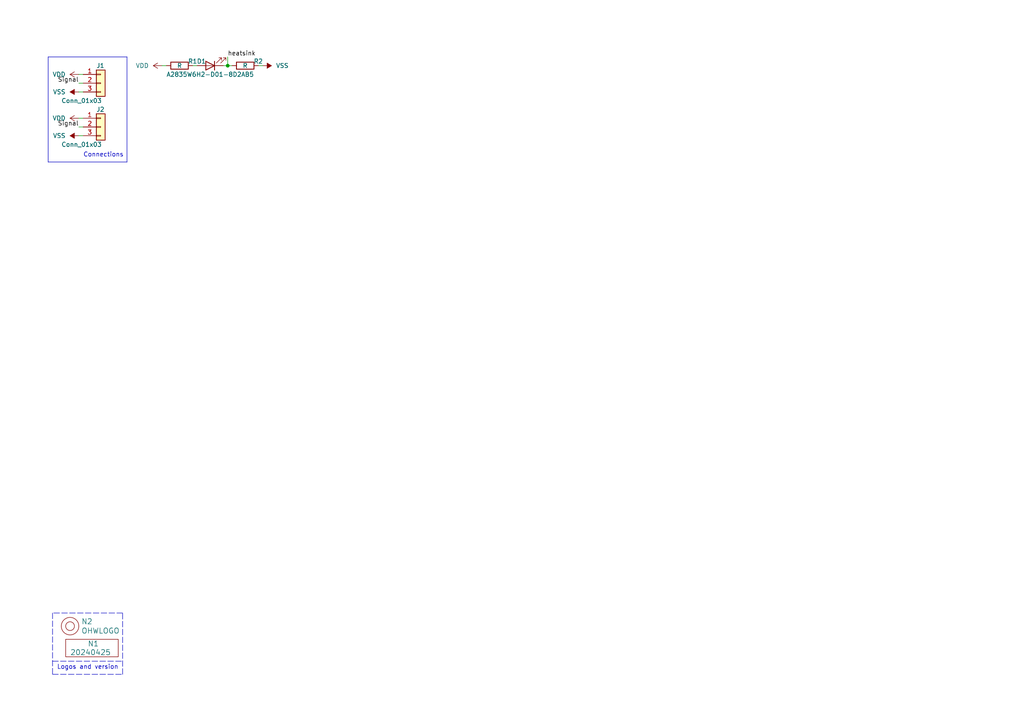
<source format=kicad_sch>
(kicad_sch (version 20230121) (generator eeschema)
  (paper "A4")
  (lib_symbols
    (symbol "Connector_Generic:Conn_01x03" (pin_names (offset 1.016) hide)
      (property "Reference" "J" (at 0 5.08 0))
      (property "Value" "Conn_01x03" (at 0 -5.08 0))
      (symbol "Conn_01x03_1_1"
        (rectangle (start -1.27 -2.413) (end 0 -2.667) (stroke (width 0.1524)))
        (rectangle (start -1.27 0.127) (end 0 -0.127) (stroke (width 0.1524)))
        (rectangle (start -1.27 2.667) (end 0 2.413) (stroke (width 0.1524)))
        (rectangle (start -1.27 3.81) (end 1.27 -3.81) (stroke (width 0.254)) (fill (type background)))
        (pin passive line (at -5.08 2.54 0) (length 3.81) (name "Pin_1") (number "1"))
        (pin passive line (at -5.08 0 0) (length 3.81) (name "Pin_2") (number "2"))
        (pin passive line (at -5.08 -2.54 0) (length 3.81) (name "Pin_3") (number "3"))
      )
    )
    (symbol "Device:LED" (pin_numbers hide) (pin_names (offset 1.016) hide)
      (property "Reference" "D" (at 0 2.54 0))
      (property "Value" "LED" (at 0 -2.54 0))
      (symbol "LED_0_1"
        (polyline (pts (xy -1.27 -1.27) (xy -1.27 1.27)) (stroke (width 0.254)))
        (polyline (pts (xy -1.27 0) (xy 1.27 0)))
        (polyline (pts (xy 1.27 -1.27) (xy 1.27 1.27) (xy -1.27 0) (xy 1.27 -1.27)) (stroke (width 0.254)))
        (polyline (pts (xy -3.048 -0.762) (xy -4.572 -2.286) (xy -3.81 -2.286) (xy -4.572 -2.286) (xy -4.572 -1.524)))
        (polyline (pts (xy -1.778 -0.762) (xy -3.302 -2.286) (xy -2.54 -2.286) (xy -3.302 -2.286) (xy -3.302 -1.524)))
      )
      (symbol "LED_1_1"
        (pin passive line (at -3.81 0 0) (length 2.54) (name "K") (number "1"))
        (pin passive line (at 3.81 0 180) (length 2.54) (name "A") (number "2"))
      )
    )
    (symbol "Device:R" (pin_numbers hide) (pin_names (offset 0))
      (property "Reference" "R" (at 2.032 0 90))
      (property "Value" "R" (at 0 0 90))
      (symbol "R_0_1"
        (rectangle (start -1.016 -2.54) (end 1.016 2.54) (stroke (width 0.254)))
      )
      (symbol "R_1_1"
        (pin passive line (at 0 3.81 270) (length 1.27) (name "~") (number "1"))
        (pin passive line (at 0 -3.81 90) (length 1.27) (name "~") (number "2"))
      )
    )
    (symbol "SquantorLabels:OHWLOGO" (pin_names (offset 1.016))
      (property "Reference" "N" (at 0 3.81 0))
      (property "Value" "OHWLOGO" (at 0 -3.81 0))
      (symbol "OHWLOGO_0_1"
        (circle (center 0 0) (radius 1.27))
        (circle (center 0 0) (radius 2.54))
      )
    )
    (symbol "SquantorLabels:VYYYYMMDD" (pin_names (offset 1.016))
      (property "Reference" "N" (at 0 2.54 0))
      (property "Value" "VYYYYMMDD" (at 0 0 0))
      (symbol "VYYYYMMDD_0_1"
        (rectangle (start 7.62 -1.27) (end -7.62 3.81))
      )
    )
    (symbol "power:VDD" (power) (pin_names (offset 0))
      (property "Value" "VDD" (at 0 3.81 0))
      (symbol "VDD_0_1"
        (polyline (pts (xy -0.762 1.27) (xy 0 2.54)))
        (polyline (pts (xy 0 0) (xy 0 2.54)))
        (polyline (pts (xy 0 2.54) (xy 0.762 1.27)))
      )
      (symbol "VDD_1_1"
        (pin power_in line (at 0 0 90) (length 0) hide (name "VDD") (number "1"))
      )
    )
    (symbol "power:VSS" (power) (pin_names (offset 0))
      (property "Value" "VSS" (at 0 3.81 0))
      (symbol "VSS_0_1"
        (polyline (pts (xy 0 0) (xy 0 2.54)))
        (polyline (pts (xy 0.762 1.27) (xy -0.762 1.27) (xy 0 2.54) (xy 0.762 1.27)) (fill (type outline)))
      )
      (symbol "VSS_1_1"
        (pin power_in line (at 0 0 90) (length 0) hide (name "VSS") (number "1"))
      )
    )
  )
  (junction (at 66.04 19.05))
  (wire (pts (xy 22.86 34.29) (xy 24.13 34.29)))
  (polyline (pts (xy 15.24 191.77) (xy 35.56 191.77)) (stroke (width 0) (type dash)))
  (wire (pts (xy 22.86 26.67) (xy 24.13 26.67)))
  (polyline (pts (xy 15.24 177.8) (xy 15.24 195.58)) (stroke (width 0) (type dash)))
  (polyline (pts (xy 35.56 195.58) (xy 35.56 177.8)) (stroke (width 0) (type dash)))
  (polyline (pts (xy 13.97 46.99) (xy 36.83 46.99)))
  (wire (pts (xy 22.86 39.37) (xy 24.13 39.37)))
  (wire (pts (xy 46.99 19.05) (xy 48.26 19.05)))
  (wire (pts (xy 22.86 21.59) (xy 24.13 21.59)))
  (wire (pts (xy 22.86 24.13) (xy 24.13 24.13)))
  (wire (pts (xy 55.88 19.05) (xy 57.15 19.05)))
  (wire (pts (xy 66.04 16.51) (xy 66.04 19.05)))
  (wire (pts (xy 66.04 19.05) (xy 67.31 19.05)))
  (wire (pts (xy 22.86 36.83) (xy 24.13 36.83)))
  (polyline (pts (xy 36.83 16.51) (xy 13.97 16.51)))
  (polyline (pts (xy 15.24 195.58) (xy 35.56 195.58)) (stroke (width 0) (type dash)))
  (polyline (pts (xy 36.83 46.99) (xy 36.83 16.51)))
  (wire (pts (xy 76.2 19.05) (xy 74.93 19.05)))
  (polyline (pts (xy 35.56 177.8) (xy 15.24 177.8)) (stroke (width 0) (type dash)))
  (wire (pts (xy 64.77 19.05) (xy 66.04 19.05)))
  (polyline (pts (xy 13.97 16.51) (xy 13.97 46.99)))
  (text "Connections" (at 24.13 45.72 0) (effects (font (size 1.27 1.27)) (justify left bottom)))
  (text "Logos and version" (at 16.51 194.31 0) (effects (font (size 1.27 1.27)) (justify left bottom)))
  (label "Signal" (at 22.86 24.13 180))
  (label "heatsink" (at 66.04 16.51 0))
  (label "Signal" (at 22.86 36.83 180))
  (symbol (lib_id "SquantorLabels:VYYYYMMDD") (at 26.67 189.23 0) (unit 1)
    (property "Reference" "N1" (at 25.4 186.69 0) (effects (font (size 1.524 1.524)) (justify left)))
    (property "Value" "20240425" (at 20.32 189.23 0) (effects (font (size 1.524 1.524)) (justify left)))
    (property "Footprint" "SquantorLabels:Label_Generic" (effects hide))
  )
  (symbol (lib_id "SquantorLabels:OHWLOGO") (at 20.32 181.61 0) (unit 1)
    (property "Reference" "N2" (at 23.5712 180.2638 0) (effects (font (size 1.524 1.524)) (justify left)))
    (property "Value" "OHWLOGO" (at 23.5712 182.9562 0) (effects (font (size 1.524 1.524)) (justify left)))
    (property "Footprint" "Symbol:OSHW-Symbol_6.7x6mm_SilkScreen" (effects hide))
  )
  (symbol (lib_id "Device:R") (at 71.12 19.05 270) (unit 1)
    (property "Reference" "R2" (at 74.93 17.78 90))
    (property "Value" "R" (at 71.12 19.05 90))
    (property "Footprint" "SquantorResistor:R_0805" (effects hide))
  )
  (symbol (lib_id "Connector_Generic:Conn_01x03") (at 29.21 24.13 0) (unit 1)
    (property "Reference" "J1" (at 27.94 19.05 0) (effects (justify left)))
    (property "Value" "Conn_01x03" (at 17.78 29.21 0) (effects (justify left)))
    (property "Footprint" "SquantorConnectors:pads-0200-1x03-W012-D020" (effects hide))
  )
  (symbol (lib_id "power:VDD") (at 22.86 34.29 90) (unit 1)
    (property "Reference" "#PWR03" (effects hide))
    (property "Value" "VDD" (at 19.05 34.29 90) (effects (justify left)))
  )
  (symbol (lib_id "Device:R") (at 52.07 19.05 90) (unit 1)
    (property "Reference" "R1" (at 55.88 17.78 90))
    (property "Value" "R" (at 52.07 19.05 90))
    (property "Footprint" "SquantorResistor:R_0805" (effects hide))
  )
  (symbol (lib_id "power:VSS") (at 76.2 19.05 270) (unit 1)
    (property "Reference" "#PWR06" (effects hide))
    (property "Value" "VSS" (at 80.01 19.05 90) (effects (justify left)))
  )
  (symbol (lib_id "power:VDD") (at 46.99 19.05 90) (unit 1)
    (property "Reference" "#PWR05" (effects hide))
    (property "Value" "VDD" (at 43.18 19.05 90) (effects (justify left)))
  )
  (symbol (lib_id "power:VDD") (at 22.86 21.59 90) (unit 1)
    (property "Reference" "#PWR01" (effects hide))
    (property "Value" "VDD" (at 19.05 21.59 90) (effects (justify left)))
  )
  (symbol (lib_id "Device:LED") (at 60.96 19.05 180) (unit 1)
    (property "Reference" "D1" (at 58.42 17.78 0))
    (property "Value" "A2835W6H2-D01-8D2AB5" (at 60.96 21.59 0))
    (property "Footprint" "SquantorDiodes:LED_2835_Hongli" (effects hide))
  )
  (symbol (lib_id "power:VSS") (at 22.86 26.67 90) (unit 1)
    (property "Reference" "#PWR02" (effects hide))
    (property "Value" "VSS" (at 19.05 26.67 90) (effects (justify left)))
  )
  (symbol (lib_id "Connector_Generic:Conn_01x03") (at 29.21 36.83 0) (unit 1)
    (property "Reference" "J2" (at 27.94 31.75 0) (effects (justify left)))
    (property "Value" "Conn_01x03" (at 17.78 41.91 0) (effects (justify left)))
    (property "Footprint" "SquantorConnectors:pads-0200-1x03-W012-D020" (effects hide))
  )
  (symbol (lib_id "power:VSS") (at 22.86 39.37 90) (unit 1)
    (property "Reference" "#PWR04" (effects hide))
    (property "Value" "VSS" (at 19.05 39.37 90) (effects (justify left)))
  )
)
</source>
